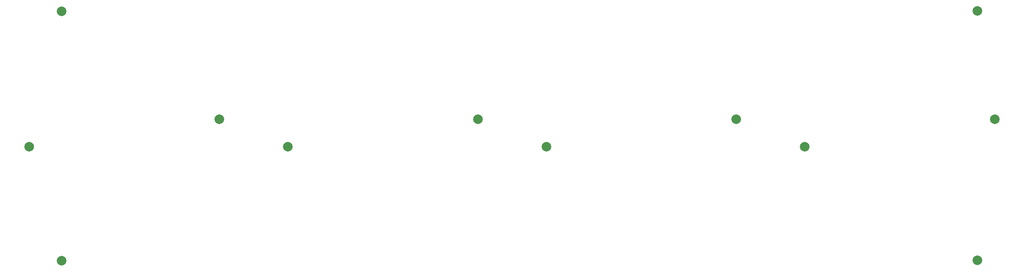
<source format=gbp>
G04 Layer_Color=128*
%FSLAX24Y24*%
%MOIN*%
G70*
G01*
G75*
G04:AMPARAMS|DCode=11|XSize=78.7mil|YSize=78.7mil|CornerRadius=39.4mil|HoleSize=0mil|Usage=FLASHONLY|Rotation=90.000|XOffset=0mil|YOffset=0mil|HoleType=Round|Shape=RoundedRectangle|*
%AMROUNDEDRECTD11*
21,1,0.0787,0.0000,0,0,90.0*
21,1,0.0000,0.0787,0,0,90.0*
1,1,0.0787,0.0000,0.0000*
1,1,0.0787,0.0000,0.0000*
1,1,0.0787,0.0000,0.0000*
1,1,0.0787,0.0000,0.0000*
%
%ADD11ROUNDEDRECTD11*%
G04:AMPARAMS|DCode=32|XSize=78.7mil|YSize=78.7mil|CornerRadius=39.4mil|HoleSize=0mil|Usage=FLASHONLY|Rotation=0.000|XOffset=0mil|YOffset=0mil|HoleType=Round|Shape=RoundedRectangle|*
%AMROUNDEDRECTD32*
21,1,0.0787,0.0000,0,0,0.0*
21,1,0.0000,0.0787,0,0,0.0*
1,1,0.0787,0.0000,0.0000*
1,1,0.0787,0.0000,0.0000*
1,1,0.0787,0.0000,0.0000*
1,1,0.0787,0.0000,0.0000*
%
%ADD32ROUNDEDRECTD32*%
D11*
X79078Y21878D02*
D03*
X3789Y21848D02*
D03*
Y1289D02*
D03*
X79078Y1319D02*
D03*
D32*
X16740Y12959D02*
D03*
X1110Y10679D02*
D03*
X38000Y12959D02*
D03*
X22370Y10679D02*
D03*
X59260Y12959D02*
D03*
X43630Y10679D02*
D03*
X80520Y12959D02*
D03*
X64890Y10679D02*
D03*
M02*

</source>
